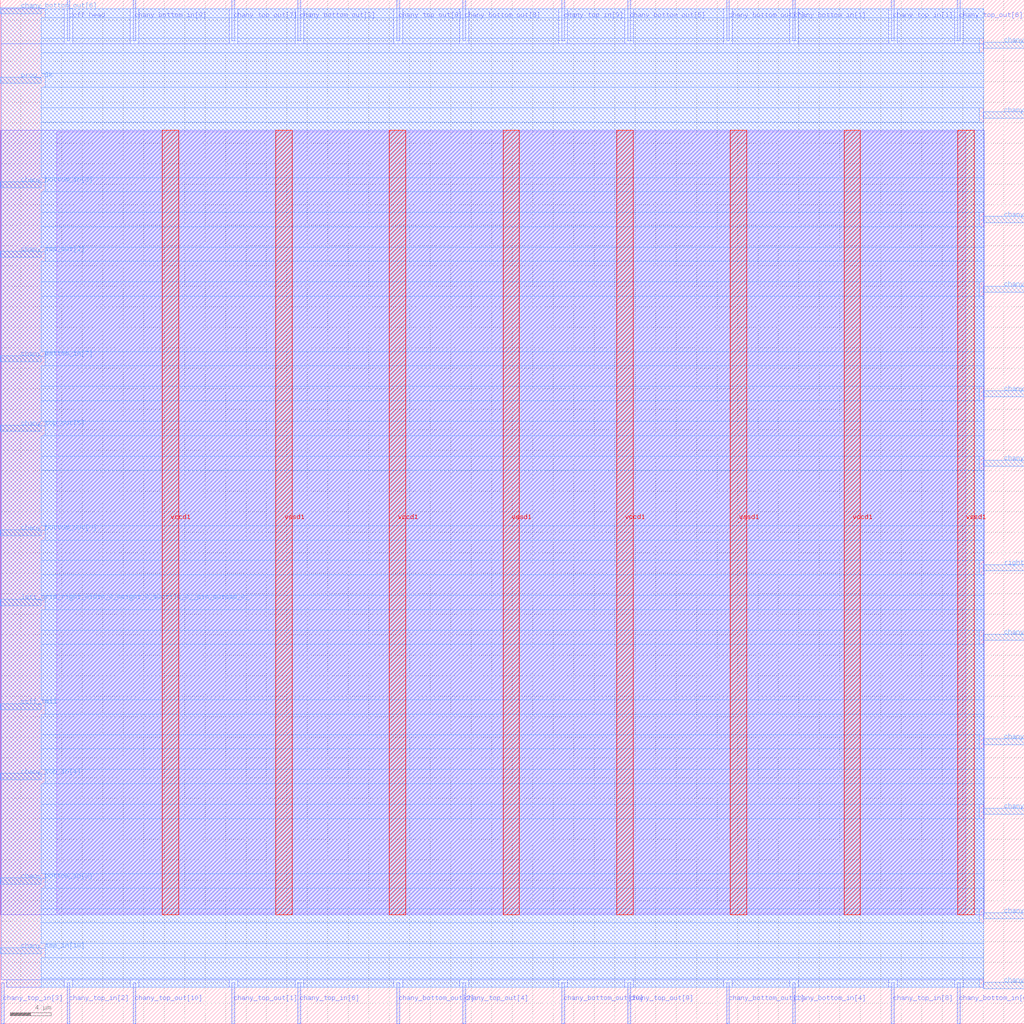
<source format=lef>
VERSION 5.7 ;
  NOWIREEXTENSIONATPIN ON ;
  DIVIDERCHAR "/" ;
  BUSBITCHARS "[]" ;
MACRO cby_0__1_
  CLASS BLOCK ;
  FOREIGN cby_0__1_ ;
  ORIGIN 0.000 0.000 ;
  SIZE 100.000 BY 100.000 ;
  PIN ccff_head
    PORT
      LAYER met2 ;
        RECT 6.530 96.000 6.810 100.000 ;
    END
  END ccff_head
  PIN ccff_tail
    PORT
      LAYER met3 ;
        RECT 0.000 30.640 4.000 31.240 ;
    END
  END ccff_tail
  PIN chany_bottom_in[0]
    PORT
      LAYER met3 ;
        RECT 96.000 88.440 100.000 89.040 ;
    END
  END chany_bottom_in[0]
  PIN chany_bottom_in[10]
    PORT
      LAYER met3 ;
        RECT 96.000 10.240 100.000 10.840 ;
    END
  END chany_bottom_in[10]
  PIN chany_bottom_in[1]
    PORT
      LAYER met2 ;
        RECT 77.370 96.000 77.650 100.000 ;
    END
  END chany_bottom_in[1]
  PIN chany_bottom_in[2]
    PORT
      LAYER met3 ;
        RECT 0.000 13.640 4.000 14.240 ;
    END
  END chany_bottom_in[2]
  PIN chany_bottom_in[3]
    PORT
      LAYER met3 ;
        RECT 0.000 81.640 4.000 82.240 ;
    END
  END chany_bottom_in[3]
  PIN chany_bottom_in[4]
    PORT
      LAYER met2 ;
        RECT 77.370 0.000 77.650 4.000 ;
    END
  END chany_bottom_in[4]
  PIN chany_bottom_in[5]
    PORT
      LAYER met3 ;
        RECT 96.000 20.440 100.000 21.040 ;
    END
  END chany_bottom_in[5]
  PIN chany_bottom_in[6]
    PORT
      LAYER met2 ;
        RECT 93.470 0.000 93.750 4.000 ;
    END
  END chany_bottom_in[6]
  PIN chany_bottom_in[7]
    PORT
      LAYER met3 ;
        RECT 0.000 64.640 4.000 65.240 ;
    END
  END chany_bottom_in[7]
  PIN chany_bottom_in[8]
    PORT
      LAYER met3 ;
        RECT 96.000 3.440 100.000 4.040 ;
    END
  END chany_bottom_in[8]
  PIN chany_bottom_in[9]
    PORT
      LAYER met2 ;
        RECT 12.970 96.000 13.250 100.000 ;
    END
  END chany_bottom_in[9]
  PIN chany_bottom_out[0]
    PORT
      LAYER met3 ;
        RECT 0.000 47.640 4.000 48.240 ;
    END
  END chany_bottom_out[0]
  PIN chany_bottom_out[10]
    PORT
      LAYER met2 ;
        RECT 54.830 0.000 55.110 4.000 ;
    END
  END chany_bottom_out[10]
  PIN chany_bottom_out[1]
    PORT
      LAYER met2 ;
        RECT 70.930 0.000 71.210 4.000 ;
    END
  END chany_bottom_out[1]
  PIN chany_bottom_out[2]
    PORT
      LAYER met2 ;
        RECT 38.730 0.000 39.010 4.000 ;
    END
  END chany_bottom_out[2]
  PIN chany_bottom_out[3]
    PORT
      LAYER met2 ;
        RECT 29.070 96.000 29.350 100.000 ;
    END
  END chany_bottom_out[3]
  PIN chany_bottom_out[4]
    PORT
      LAYER met3 ;
        RECT 96.000 95.240 100.000 95.840 ;
    END
  END chany_bottom_out[4]
  PIN chany_bottom_out[5]
    PORT
      LAYER met2 ;
        RECT 61.270 96.000 61.550 100.000 ;
    END
  END chany_bottom_out[5]
  PIN chany_bottom_out[6]
    PORT
      LAYER met3 ;
        RECT 0.000 98.640 4.000 99.240 ;
    END
  END chany_bottom_out[6]
  PIN chany_bottom_out[7]
    PORT
      LAYER met2 ;
        RECT 70.930 96.000 71.210 100.000 ;
    END
  END chany_bottom_out[7]
  PIN chany_bottom_out[8]
    PORT
      LAYER met2 ;
        RECT 45.170 96.000 45.450 100.000 ;
    END
  END chany_bottom_out[8]
  PIN chany_bottom_out[9]
    PORT
      LAYER met3 ;
        RECT 96.000 78.240 100.000 78.840 ;
    END
  END chany_bottom_out[9]
  PIN chany_top_in[0]
    PORT
      LAYER met3 ;
        RECT 96.000 61.240 100.000 61.840 ;
    END
  END chany_top_in[0]
  PIN chany_top_in[10]
    PORT
      LAYER met3 ;
        RECT 0.000 6.840 4.000 7.440 ;
    END
  END chany_top_in[10]
  PIN chany_top_in[1]
    PORT
      LAYER met2 ;
        RECT 87.030 96.000 87.310 100.000 ;
    END
  END chany_top_in[1]
  PIN chany_top_in[2]
    PORT
      LAYER met2 ;
        RECT 6.530 0.000 6.810 4.000 ;
    END
  END chany_top_in[2]
  PIN chany_top_in[3]
    PORT
      LAYER met2 ;
        RECT 0.090 0.000 0.370 4.000 ;
    END
  END chany_top_in[3]
  PIN chany_top_in[4]
    PORT
      LAYER met3 ;
        RECT 0.000 23.840 4.000 24.440 ;
    END
  END chany_top_in[4]
  PIN chany_top_in[5]
    PORT
      LAYER met3 ;
        RECT 96.000 71.440 100.000 72.040 ;
    END
  END chany_top_in[5]
  PIN chany_top_in[6]
    PORT
      LAYER met2 ;
        RECT 29.070 0.000 29.350 4.000 ;
    END
  END chany_top_in[6]
  PIN chany_top_in[7]
    PORT
      LAYER met3 ;
        RECT 96.000 54.440 100.000 55.040 ;
    END
  END chany_top_in[7]
  PIN chany_top_in[8]
    PORT
      LAYER met2 ;
        RECT 87.030 0.000 87.310 4.000 ;
    END
  END chany_top_in[8]
  PIN chany_top_in[9]
    PORT
      LAYER met2 ;
        RECT 54.830 96.000 55.110 100.000 ;
    END
  END chany_top_in[9]
  PIN chany_top_out[0]
    PORT
      LAYER met3 ;
        RECT 96.000 27.240 100.000 27.840 ;
    END
  END chany_top_out[0]
  PIN chany_top_out[10]
    PORT
      LAYER met2 ;
        RECT 12.970 0.000 13.250 4.000 ;
    END
  END chany_top_out[10]
  PIN chany_top_out[1]
    PORT
      LAYER met2 ;
        RECT 22.630 0.000 22.910 4.000 ;
    END
  END chany_top_out[1]
  PIN chany_top_out[2]
    PORT
      LAYER met3 ;
        RECT 0.000 74.840 4.000 75.440 ;
    END
  END chany_top_out[2]
  PIN chany_top_out[3]
    PORT
      LAYER met3 ;
        RECT 96.000 37.440 100.000 38.040 ;
    END
  END chany_top_out[3]
  PIN chany_top_out[4]
    PORT
      LAYER met2 ;
        RECT 45.170 0.000 45.450 4.000 ;
    END
  END chany_top_out[4]
  PIN chany_top_out[5]
    PORT
      LAYER met3 ;
        RECT 0.000 57.840 4.000 58.440 ;
    END
  END chany_top_out[5]
  PIN chany_top_out[6]
    PORT
      LAYER met2 ;
        RECT 93.470 96.000 93.750 100.000 ;
    END
  END chany_top_out[6]
  PIN chany_top_out[7]
    PORT
      LAYER met2 ;
        RECT 22.630 96.000 22.910 100.000 ;
    END
  END chany_top_out[7]
  PIN chany_top_out[8]
    PORT
      LAYER met2 ;
        RECT 38.730 96.000 39.010 100.000 ;
    END
  END chany_top_out[8]
  PIN chany_top_out[9]
    PORT
      LAYER met2 ;
        RECT 61.270 0.000 61.550 4.000 ;
    END
  END chany_top_out[9]
  PIN left_grid_right_width_0_height_0_subtile_0__pin_outpad_0_
    PORT
      LAYER met3 ;
        RECT 0.000 40.840 4.000 41.440 ;
    END
  END left_grid_right_width_0_height_0_subtile_0__pin_outpad_0_
  PIN prog_clk
    PORT
      LAYER met3 ;
        RECT 0.000 91.840 4.000 92.440 ;
    END
  END prog_clk
  PIN right_grid_left_width_0_height_0_subtile_0__pin_clk_0_
    PORT
      LAYER met3 ;
        RECT 96.000 44.240 100.000 44.840 ;
    END
  END right_grid_left_width_0_height_0_subtile_0__pin_clk_0_
  PIN vccd1
    PORT
      LAYER met4 ;
        RECT 82.400 10.640 84.000 87.280 ;
    END
    PORT
      LAYER met4 ;
        RECT 60.205 10.640 61.805 87.280 ;
    END
    PORT
      LAYER met4 ;
        RECT 38.010 10.640 39.610 87.280 ;
    END
    PORT
      LAYER met4 ;
        RECT 15.815 10.640 17.415 87.280 ;
    END
  END vccd1
  PIN vssd1
    PORT
      LAYER met4 ;
        RECT 93.495 10.640 95.095 87.280 ;
    END
    PORT
      LAYER met4 ;
        RECT 71.300 10.640 72.900 87.280 ;
    END
    PORT
      LAYER met4 ;
        RECT 49.105 10.640 50.705 87.280 ;
    END
    PORT
      LAYER met4 ;
        RECT 26.910 10.640 28.510 87.280 ;
    END
  END vssd1
  OBS
      LAYER li1 ;
        RECT 5.520 10.795 94.300 87.125 ;
      LAYER met1 ;
        RECT 0.070 10.640 96.070 87.280 ;
      LAYER met2 ;
        RECT 0.100 95.720 6.250 99.125 ;
        RECT 7.090 95.720 12.690 99.125 ;
        RECT 13.530 95.720 22.350 99.125 ;
        RECT 23.190 95.720 28.790 99.125 ;
        RECT 29.630 95.720 38.450 99.125 ;
        RECT 39.290 95.720 44.890 99.125 ;
        RECT 45.730 95.720 54.550 99.125 ;
        RECT 55.390 95.720 60.990 99.125 ;
        RECT 61.830 95.720 70.650 99.125 ;
        RECT 71.490 95.720 77.090 99.125 ;
        RECT 77.930 95.720 86.750 99.125 ;
        RECT 87.590 95.720 93.190 99.125 ;
        RECT 94.030 95.720 96.050 99.125 ;
        RECT 0.100 4.280 96.050 95.720 ;
        RECT 0.650 3.555 6.250 4.280 ;
        RECT 7.090 3.555 12.690 4.280 ;
        RECT 13.530 3.555 22.350 4.280 ;
        RECT 23.190 3.555 28.790 4.280 ;
        RECT 29.630 3.555 38.450 4.280 ;
        RECT 39.290 3.555 44.890 4.280 ;
        RECT 45.730 3.555 54.550 4.280 ;
        RECT 55.390 3.555 60.990 4.280 ;
        RECT 61.830 3.555 70.650 4.280 ;
        RECT 71.490 3.555 77.090 4.280 ;
        RECT 77.930 3.555 86.750 4.280 ;
        RECT 87.590 3.555 93.190 4.280 ;
        RECT 94.030 3.555 96.050 4.280 ;
      LAYER met3 ;
        RECT 4.400 98.240 96.060 99.105 ;
        RECT 4.000 96.240 96.060 98.240 ;
        RECT 4.000 94.840 95.600 96.240 ;
        RECT 4.000 92.840 96.060 94.840 ;
        RECT 4.400 91.440 96.060 92.840 ;
        RECT 4.000 89.440 96.060 91.440 ;
        RECT 4.000 88.040 95.600 89.440 ;
        RECT 4.000 82.640 96.060 88.040 ;
        RECT 4.400 81.240 96.060 82.640 ;
        RECT 4.000 79.240 96.060 81.240 ;
        RECT 4.000 77.840 95.600 79.240 ;
        RECT 4.000 75.840 96.060 77.840 ;
        RECT 4.400 74.440 96.060 75.840 ;
        RECT 4.000 72.440 96.060 74.440 ;
        RECT 4.000 71.040 95.600 72.440 ;
        RECT 4.000 65.640 96.060 71.040 ;
        RECT 4.400 64.240 96.060 65.640 ;
        RECT 4.000 62.240 96.060 64.240 ;
        RECT 4.000 60.840 95.600 62.240 ;
        RECT 4.000 58.840 96.060 60.840 ;
        RECT 4.400 57.440 96.060 58.840 ;
        RECT 4.000 55.440 96.060 57.440 ;
        RECT 4.000 54.040 95.600 55.440 ;
        RECT 4.000 48.640 96.060 54.040 ;
        RECT 4.400 47.240 96.060 48.640 ;
        RECT 4.000 45.240 96.060 47.240 ;
        RECT 4.000 43.840 95.600 45.240 ;
        RECT 4.000 41.840 96.060 43.840 ;
        RECT 4.400 40.440 96.060 41.840 ;
        RECT 4.000 38.440 96.060 40.440 ;
        RECT 4.000 37.040 95.600 38.440 ;
        RECT 4.000 31.640 96.060 37.040 ;
        RECT 4.400 30.240 96.060 31.640 ;
        RECT 4.000 28.240 96.060 30.240 ;
        RECT 4.000 26.840 95.600 28.240 ;
        RECT 4.000 24.840 96.060 26.840 ;
        RECT 4.400 23.440 96.060 24.840 ;
        RECT 4.000 21.440 96.060 23.440 ;
        RECT 4.000 20.040 95.600 21.440 ;
        RECT 4.000 14.640 96.060 20.040 ;
        RECT 4.400 13.240 96.060 14.640 ;
        RECT 4.000 11.240 96.060 13.240 ;
        RECT 4.000 9.840 95.600 11.240 ;
        RECT 4.000 7.840 96.060 9.840 ;
        RECT 4.400 6.440 96.060 7.840 ;
        RECT 4.000 4.440 96.060 6.440 ;
        RECT 4.000 3.575 95.600 4.440 ;
  END
END cby_0__1_
END LIBRARY


</source>
